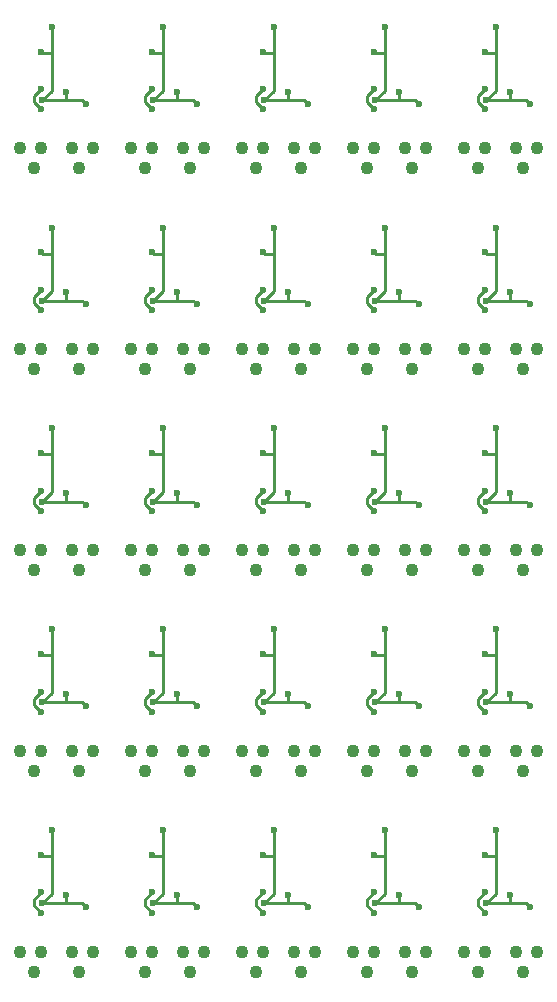
<source format=gbr>
G04 #@! TF.FileFunction,Copper,L2,Bot,Signal*
%FSLAX46Y46*%
G04 Gerber Fmt 4.6, Leading zero omitted, Abs format (unit mm)*
G04 Created by KiCad (PCBNEW 4.0.2+dfsg1-stable) date Mi 03 Jan 2018 18:02:16 CET*
%MOMM*%
G01*
G04 APERTURE LIST*
%ADD10C,0.100000*%
%ADD11C,1.100000*%
%ADD12C,0.600000*%
%ADD13C,0.250000*%
G04 APERTURE END LIST*
D10*
D11*
X140500000Y-132100000D03*
X144300000Y-132100000D03*
X143700000Y-130400000D03*
X145500000Y-130400000D03*
X141100000Y-130400000D03*
X139300000Y-130400000D03*
X131100000Y-132100000D03*
X134900000Y-132100000D03*
X134300000Y-130400000D03*
X136100000Y-130400000D03*
X131700000Y-130400000D03*
X129900000Y-130400000D03*
X121700000Y-132100000D03*
X125500000Y-132100000D03*
X124900000Y-130400000D03*
X126700000Y-130400000D03*
X122300000Y-130400000D03*
X120500000Y-130400000D03*
X112300000Y-132100000D03*
X116100000Y-132100000D03*
X115500000Y-130400000D03*
X117300000Y-130400000D03*
X112900000Y-130400000D03*
X111100000Y-130400000D03*
X102900000Y-132100000D03*
X106700000Y-132100000D03*
X106100000Y-130400000D03*
X107900000Y-130400000D03*
X103500000Y-130400000D03*
X101700000Y-130400000D03*
X140500000Y-115100000D03*
X144300000Y-115100000D03*
X143700000Y-113400000D03*
X145500000Y-113400000D03*
X141100000Y-113400000D03*
X139300000Y-113400000D03*
X131100000Y-115100000D03*
X134900000Y-115100000D03*
X134300000Y-113400000D03*
X136100000Y-113400000D03*
X131700000Y-113400000D03*
X129900000Y-113400000D03*
X121700000Y-115100000D03*
X125500000Y-115100000D03*
X124900000Y-113400000D03*
X126700000Y-113400000D03*
X122300000Y-113400000D03*
X120500000Y-113400000D03*
X112300000Y-115100000D03*
X116100000Y-115100000D03*
X115500000Y-113400000D03*
X117300000Y-113400000D03*
X112900000Y-113400000D03*
X111100000Y-113400000D03*
X102900000Y-115100000D03*
X106700000Y-115100000D03*
X106100000Y-113400000D03*
X107900000Y-113400000D03*
X103500000Y-113400000D03*
X101700000Y-113400000D03*
X140500000Y-98100000D03*
X144300000Y-98100000D03*
X143700000Y-96400000D03*
X145500000Y-96400000D03*
X141100000Y-96400000D03*
X139300000Y-96400000D03*
X131100000Y-98100000D03*
X134900000Y-98100000D03*
X134300000Y-96400000D03*
X136100000Y-96400000D03*
X131700000Y-96400000D03*
X129900000Y-96400000D03*
X121700000Y-98100000D03*
X125500000Y-98100000D03*
X124900000Y-96400000D03*
X126700000Y-96400000D03*
X122300000Y-96400000D03*
X120500000Y-96400000D03*
X112300000Y-98100000D03*
X116100000Y-98100000D03*
X115500000Y-96400000D03*
X117300000Y-96400000D03*
X112900000Y-96400000D03*
X111100000Y-96400000D03*
X102900000Y-98100000D03*
X106700000Y-98100000D03*
X106100000Y-96400000D03*
X107900000Y-96400000D03*
X103500000Y-96400000D03*
X101700000Y-96400000D03*
X140500000Y-81100000D03*
X144300000Y-81100000D03*
X143700000Y-79400000D03*
X145500000Y-79400000D03*
X141100000Y-79400000D03*
X139300000Y-79400000D03*
X131100000Y-81100000D03*
X134900000Y-81100000D03*
X134300000Y-79400000D03*
X136100000Y-79400000D03*
X131700000Y-79400000D03*
X129900000Y-79400000D03*
X121700000Y-81100000D03*
X125500000Y-81100000D03*
X124900000Y-79400000D03*
X126700000Y-79400000D03*
X122300000Y-79400000D03*
X120500000Y-79400000D03*
X112300000Y-81100000D03*
X116100000Y-81100000D03*
X115500000Y-79400000D03*
X117300000Y-79400000D03*
X112900000Y-79400000D03*
X111100000Y-79400000D03*
X102900000Y-81100000D03*
X106700000Y-81100000D03*
X106100000Y-79400000D03*
X107900000Y-79400000D03*
X103500000Y-79400000D03*
X101700000Y-79400000D03*
X140500000Y-64100000D03*
X144300000Y-64100000D03*
X143700000Y-62400000D03*
X145500000Y-62400000D03*
X141100000Y-62400000D03*
X139300000Y-62400000D03*
X131100000Y-64100000D03*
X134900000Y-64100000D03*
X134300000Y-62400000D03*
X136100000Y-62400000D03*
X131700000Y-62400000D03*
X129900000Y-62400000D03*
X121700000Y-64100000D03*
X125500000Y-64100000D03*
X124900000Y-62400000D03*
X126700000Y-62400000D03*
X122300000Y-62400000D03*
X120500000Y-62400000D03*
X112300000Y-64100000D03*
X116100000Y-64100000D03*
X115500000Y-62400000D03*
X117300000Y-62400000D03*
X112900000Y-62400000D03*
X111100000Y-62400000D03*
X102900000Y-64100000D03*
X106700000Y-64100000D03*
X106100000Y-62400000D03*
X107900000Y-62400000D03*
X103500000Y-62400000D03*
X101700000Y-62400000D03*
D12*
X144900000Y-126600000D03*
X135500000Y-126600000D03*
X126100000Y-126600000D03*
X116700000Y-126600000D03*
X107300000Y-126600000D03*
X144900000Y-109600000D03*
X135500000Y-109600000D03*
X126100000Y-109600000D03*
X116700000Y-109600000D03*
X107300000Y-109600000D03*
X144900000Y-92600000D03*
X135500000Y-92600000D03*
X126100000Y-92600000D03*
X116700000Y-92600000D03*
X107300000Y-92600000D03*
X144900000Y-75600000D03*
X135500000Y-75600000D03*
X126100000Y-75600000D03*
X116700000Y-75600000D03*
X107300000Y-75600000D03*
X144900000Y-58600000D03*
X135500000Y-58600000D03*
X126100000Y-58600000D03*
X116700000Y-58600000D03*
X143200000Y-125600000D03*
X133800000Y-125600000D03*
X124400000Y-125600000D03*
X115000000Y-125600000D03*
X105600000Y-125600000D03*
X143200000Y-108600000D03*
X133800000Y-108600000D03*
X124400000Y-108600000D03*
X115000000Y-108600000D03*
X105600000Y-108600000D03*
X143200000Y-91600000D03*
X133800000Y-91600000D03*
X124400000Y-91600000D03*
X115000000Y-91600000D03*
X105600000Y-91600000D03*
X143200000Y-74600000D03*
X133800000Y-74600000D03*
X124400000Y-74600000D03*
X115000000Y-74600000D03*
X105600000Y-74600000D03*
X143200000Y-57600000D03*
X133800000Y-57600000D03*
X124400000Y-57600000D03*
X115000000Y-57600000D03*
X141200000Y-126300000D03*
X131800000Y-126300000D03*
X122400000Y-126300000D03*
X113000000Y-126300000D03*
X103600000Y-126300000D03*
X141200000Y-109300000D03*
X131800000Y-109300000D03*
X122400000Y-109300000D03*
X113000000Y-109300000D03*
X103600000Y-109300000D03*
X141200000Y-92300000D03*
X131800000Y-92300000D03*
X122400000Y-92300000D03*
X113000000Y-92300000D03*
X103600000Y-92300000D03*
X141200000Y-75300000D03*
X131800000Y-75300000D03*
X122400000Y-75300000D03*
X113000000Y-75300000D03*
X103600000Y-75300000D03*
X141200000Y-58300000D03*
X131800000Y-58300000D03*
X122400000Y-58300000D03*
X113000000Y-58300000D03*
X141100000Y-122200000D03*
X131700000Y-122200000D03*
X122300000Y-122200000D03*
X112900000Y-122200000D03*
X103500000Y-122200000D03*
X141100000Y-105200000D03*
X131700000Y-105200000D03*
X122300000Y-105200000D03*
X112900000Y-105200000D03*
X103500000Y-105200000D03*
X141100000Y-88200000D03*
X131700000Y-88200000D03*
X122300000Y-88200000D03*
X112900000Y-88200000D03*
X103500000Y-88200000D03*
X141100000Y-71200000D03*
X131700000Y-71200000D03*
X122300000Y-71200000D03*
X112900000Y-71200000D03*
X103500000Y-71200000D03*
X141100000Y-54200000D03*
X131700000Y-54200000D03*
X122300000Y-54200000D03*
X112900000Y-54200000D03*
X142000000Y-120100000D03*
X132600000Y-120100000D03*
X123200000Y-120100000D03*
X113800000Y-120100000D03*
X104400000Y-120100000D03*
X142000000Y-103100000D03*
X132600000Y-103100000D03*
X123200000Y-103100000D03*
X113800000Y-103100000D03*
X104400000Y-103100000D03*
X142000000Y-86100000D03*
X132600000Y-86100000D03*
X123200000Y-86100000D03*
X113800000Y-86100000D03*
X104400000Y-86100000D03*
X142000000Y-69100000D03*
X132600000Y-69100000D03*
X123200000Y-69100000D03*
X113800000Y-69100000D03*
X104400000Y-69100000D03*
X142000000Y-52100000D03*
X132600000Y-52100000D03*
X123200000Y-52100000D03*
X113800000Y-52100000D03*
X103500000Y-54200000D03*
X105600000Y-57600000D03*
X107300000Y-58600000D03*
X103600000Y-58300000D03*
X104400000Y-52100000D03*
X141100000Y-125400000D03*
X131700000Y-125400000D03*
X122300000Y-125400000D03*
X112900000Y-125400000D03*
X103500000Y-125400000D03*
X141100000Y-108400000D03*
X131700000Y-108400000D03*
X122300000Y-108400000D03*
X112900000Y-108400000D03*
X103500000Y-108400000D03*
X141100000Y-91400000D03*
X131700000Y-91400000D03*
X122300000Y-91400000D03*
X112900000Y-91400000D03*
X103500000Y-91400000D03*
X141100000Y-74400000D03*
X131700000Y-74400000D03*
X122300000Y-74400000D03*
X112900000Y-74400000D03*
X103500000Y-74400000D03*
X141100000Y-57400000D03*
X131700000Y-57400000D03*
X122300000Y-57400000D03*
X112900000Y-57400000D03*
X141100000Y-127100000D03*
X131700000Y-127100000D03*
X122300000Y-127100000D03*
X112900000Y-127100000D03*
X103500000Y-127100000D03*
X141100000Y-110100000D03*
X131700000Y-110100000D03*
X122300000Y-110100000D03*
X112900000Y-110100000D03*
X103500000Y-110100000D03*
X141100000Y-93100000D03*
X131700000Y-93100000D03*
X122300000Y-93100000D03*
X112900000Y-93100000D03*
X103500000Y-93100000D03*
X141100000Y-76100000D03*
X131700000Y-76100000D03*
X122300000Y-76100000D03*
X112900000Y-76100000D03*
X103500000Y-76100000D03*
X141100000Y-59100000D03*
X131700000Y-59100000D03*
X122300000Y-59100000D03*
X112900000Y-59100000D03*
X103500000Y-57400000D03*
X103500000Y-59100000D03*
D13*
X144900000Y-126600000D02*
X144600000Y-126300000D01*
X135500000Y-126600000D02*
X135200000Y-126300000D01*
X126100000Y-126600000D02*
X125800000Y-126300000D01*
X116700000Y-126600000D02*
X116400000Y-126300000D01*
X107300000Y-126600000D02*
X107000000Y-126300000D01*
X144900000Y-109600000D02*
X144600000Y-109300000D01*
X135500000Y-109600000D02*
X135200000Y-109300000D01*
X126100000Y-109600000D02*
X125800000Y-109300000D01*
X116700000Y-109600000D02*
X116400000Y-109300000D01*
X107300000Y-109600000D02*
X107000000Y-109300000D01*
X144900000Y-92600000D02*
X144600000Y-92300000D01*
X135500000Y-92600000D02*
X135200000Y-92300000D01*
X126100000Y-92600000D02*
X125800000Y-92300000D01*
X116700000Y-92600000D02*
X116400000Y-92300000D01*
X107300000Y-92600000D02*
X107000000Y-92300000D01*
X144900000Y-75600000D02*
X144600000Y-75300000D01*
X135500000Y-75600000D02*
X135200000Y-75300000D01*
X126100000Y-75600000D02*
X125800000Y-75300000D01*
X116700000Y-75600000D02*
X116400000Y-75300000D01*
X107300000Y-75600000D02*
X107000000Y-75300000D01*
X144900000Y-58600000D02*
X144600000Y-58300000D01*
X135500000Y-58600000D02*
X135200000Y-58300000D01*
X126100000Y-58600000D02*
X125800000Y-58300000D01*
X116700000Y-58600000D02*
X116400000Y-58300000D01*
X144600000Y-126300000D02*
X143200000Y-126300000D01*
X135200000Y-126300000D02*
X133800000Y-126300000D01*
X125800000Y-126300000D02*
X124400000Y-126300000D01*
X116400000Y-126300000D02*
X115000000Y-126300000D01*
X107000000Y-126300000D02*
X105600000Y-126300000D01*
X144600000Y-109300000D02*
X143200000Y-109300000D01*
X135200000Y-109300000D02*
X133800000Y-109300000D01*
X125800000Y-109300000D02*
X124400000Y-109300000D01*
X116400000Y-109300000D02*
X115000000Y-109300000D01*
X107000000Y-109300000D02*
X105600000Y-109300000D01*
X144600000Y-92300000D02*
X143200000Y-92300000D01*
X135200000Y-92300000D02*
X133800000Y-92300000D01*
X125800000Y-92300000D02*
X124400000Y-92300000D01*
X116400000Y-92300000D02*
X115000000Y-92300000D01*
X107000000Y-92300000D02*
X105600000Y-92300000D01*
X144600000Y-75300000D02*
X143200000Y-75300000D01*
X135200000Y-75300000D02*
X133800000Y-75300000D01*
X125800000Y-75300000D02*
X124400000Y-75300000D01*
X116400000Y-75300000D02*
X115000000Y-75300000D01*
X107000000Y-75300000D02*
X105600000Y-75300000D01*
X144600000Y-58300000D02*
X143200000Y-58300000D01*
X135200000Y-58300000D02*
X133800000Y-58300000D01*
X125800000Y-58300000D02*
X124400000Y-58300000D01*
X116400000Y-58300000D02*
X115000000Y-58300000D01*
X143200000Y-125600000D02*
X143200000Y-126300000D01*
X133800000Y-125600000D02*
X133800000Y-126300000D01*
X124400000Y-125600000D02*
X124400000Y-126300000D01*
X115000000Y-125600000D02*
X115000000Y-126300000D01*
X105600000Y-125600000D02*
X105600000Y-126300000D01*
X143200000Y-108600000D02*
X143200000Y-109300000D01*
X133800000Y-108600000D02*
X133800000Y-109300000D01*
X124400000Y-108600000D02*
X124400000Y-109300000D01*
X115000000Y-108600000D02*
X115000000Y-109300000D01*
X105600000Y-108600000D02*
X105600000Y-109300000D01*
X143200000Y-91600000D02*
X143200000Y-92300000D01*
X133800000Y-91600000D02*
X133800000Y-92300000D01*
X124400000Y-91600000D02*
X124400000Y-92300000D01*
X115000000Y-91600000D02*
X115000000Y-92300000D01*
X105600000Y-91600000D02*
X105600000Y-92300000D01*
X143200000Y-74600000D02*
X143200000Y-75300000D01*
X133800000Y-74600000D02*
X133800000Y-75300000D01*
X124400000Y-74600000D02*
X124400000Y-75300000D01*
X115000000Y-74600000D02*
X115000000Y-75300000D01*
X105600000Y-74600000D02*
X105600000Y-75300000D01*
X143200000Y-57600000D02*
X143200000Y-58300000D01*
X133800000Y-57600000D02*
X133800000Y-58300000D01*
X124400000Y-57600000D02*
X124400000Y-58300000D01*
X115000000Y-57600000D02*
X115000000Y-58300000D01*
X141200000Y-126300000D02*
X142000000Y-125500000D01*
X131800000Y-126300000D02*
X132600000Y-125500000D01*
X122400000Y-126300000D02*
X123200000Y-125500000D01*
X113000000Y-126300000D02*
X113800000Y-125500000D01*
X103600000Y-126300000D02*
X104400000Y-125500000D01*
X141200000Y-109300000D02*
X142000000Y-108500000D01*
X131800000Y-109300000D02*
X132600000Y-108500000D01*
X122400000Y-109300000D02*
X123200000Y-108500000D01*
X113000000Y-109300000D02*
X113800000Y-108500000D01*
X103600000Y-109300000D02*
X104400000Y-108500000D01*
X141200000Y-92300000D02*
X142000000Y-91500000D01*
X131800000Y-92300000D02*
X132600000Y-91500000D01*
X122400000Y-92300000D02*
X123200000Y-91500000D01*
X113000000Y-92300000D02*
X113800000Y-91500000D01*
X103600000Y-92300000D02*
X104400000Y-91500000D01*
X141200000Y-75300000D02*
X142000000Y-74500000D01*
X131800000Y-75300000D02*
X132600000Y-74500000D01*
X122400000Y-75300000D02*
X123200000Y-74500000D01*
X113000000Y-75300000D02*
X113800000Y-74500000D01*
X103600000Y-75300000D02*
X104400000Y-74500000D01*
X141200000Y-58300000D02*
X142000000Y-57500000D01*
X131800000Y-58300000D02*
X132600000Y-57500000D01*
X122400000Y-58300000D02*
X123200000Y-57500000D01*
X113000000Y-58300000D02*
X113800000Y-57500000D01*
X143200000Y-126300000D02*
X141200000Y-126300000D01*
X133800000Y-126300000D02*
X131800000Y-126300000D01*
X124400000Y-126300000D02*
X122400000Y-126300000D01*
X115000000Y-126300000D02*
X113000000Y-126300000D01*
X105600000Y-126300000D02*
X103600000Y-126300000D01*
X143200000Y-109300000D02*
X141200000Y-109300000D01*
X133800000Y-109300000D02*
X131800000Y-109300000D01*
X124400000Y-109300000D02*
X122400000Y-109300000D01*
X115000000Y-109300000D02*
X113000000Y-109300000D01*
X105600000Y-109300000D02*
X103600000Y-109300000D01*
X143200000Y-92300000D02*
X141200000Y-92300000D01*
X133800000Y-92300000D02*
X131800000Y-92300000D01*
X124400000Y-92300000D02*
X122400000Y-92300000D01*
X115000000Y-92300000D02*
X113000000Y-92300000D01*
X105600000Y-92300000D02*
X103600000Y-92300000D01*
X143200000Y-75300000D02*
X141200000Y-75300000D01*
X133800000Y-75300000D02*
X131800000Y-75300000D01*
X124400000Y-75300000D02*
X122400000Y-75300000D01*
X115000000Y-75300000D02*
X113000000Y-75300000D01*
X105600000Y-75300000D02*
X103600000Y-75300000D01*
X143200000Y-58300000D02*
X141200000Y-58300000D01*
X133800000Y-58300000D02*
X131800000Y-58300000D01*
X124400000Y-58300000D02*
X122400000Y-58300000D01*
X115000000Y-58300000D02*
X113000000Y-58300000D01*
X142000000Y-125500000D02*
X142000000Y-122300000D01*
X132600000Y-125500000D02*
X132600000Y-122300000D01*
X123200000Y-125500000D02*
X123200000Y-122300000D01*
X113800000Y-125500000D02*
X113800000Y-122300000D01*
X104400000Y-125500000D02*
X104400000Y-122300000D01*
X142000000Y-108500000D02*
X142000000Y-105300000D01*
X132600000Y-108500000D02*
X132600000Y-105300000D01*
X123200000Y-108500000D02*
X123200000Y-105300000D01*
X113800000Y-108500000D02*
X113800000Y-105300000D01*
X104400000Y-108500000D02*
X104400000Y-105300000D01*
X142000000Y-91500000D02*
X142000000Y-88300000D01*
X132600000Y-91500000D02*
X132600000Y-88300000D01*
X123200000Y-91500000D02*
X123200000Y-88300000D01*
X113800000Y-91500000D02*
X113800000Y-88300000D01*
X104400000Y-91500000D02*
X104400000Y-88300000D01*
X142000000Y-74500000D02*
X142000000Y-71300000D01*
X132600000Y-74500000D02*
X132600000Y-71300000D01*
X123200000Y-74500000D02*
X123200000Y-71300000D01*
X113800000Y-74500000D02*
X113800000Y-71300000D01*
X104400000Y-74500000D02*
X104400000Y-71300000D01*
X142000000Y-57500000D02*
X142000000Y-54300000D01*
X132600000Y-57500000D02*
X132600000Y-54300000D01*
X123200000Y-57500000D02*
X123200000Y-54300000D01*
X113800000Y-57500000D02*
X113800000Y-54300000D01*
X142000000Y-122300000D02*
X142000000Y-120100000D01*
X132600000Y-122300000D02*
X132600000Y-120100000D01*
X123200000Y-122300000D02*
X123200000Y-120100000D01*
X113800000Y-122300000D02*
X113800000Y-120100000D01*
X104400000Y-122300000D02*
X104400000Y-120100000D01*
X142000000Y-105300000D02*
X142000000Y-103100000D01*
X132600000Y-105300000D02*
X132600000Y-103100000D01*
X123200000Y-105300000D02*
X123200000Y-103100000D01*
X113800000Y-105300000D02*
X113800000Y-103100000D01*
X104400000Y-105300000D02*
X104400000Y-103100000D01*
X142000000Y-88300000D02*
X142000000Y-86100000D01*
X132600000Y-88300000D02*
X132600000Y-86100000D01*
X123200000Y-88300000D02*
X123200000Y-86100000D01*
X113800000Y-88300000D02*
X113800000Y-86100000D01*
X104400000Y-88300000D02*
X104400000Y-86100000D01*
X142000000Y-71300000D02*
X142000000Y-69100000D01*
X132600000Y-71300000D02*
X132600000Y-69100000D01*
X123200000Y-71300000D02*
X123200000Y-69100000D01*
X113800000Y-71300000D02*
X113800000Y-69100000D01*
X104400000Y-71300000D02*
X104400000Y-69100000D01*
X142000000Y-54300000D02*
X142000000Y-52100000D01*
X132600000Y-54300000D02*
X132600000Y-52100000D01*
X123200000Y-54300000D02*
X123200000Y-52100000D01*
X113800000Y-54300000D02*
X113800000Y-52100000D01*
X141200000Y-122300000D02*
X142000000Y-122300000D01*
X131800000Y-122300000D02*
X132600000Y-122300000D01*
X122400000Y-122300000D02*
X123200000Y-122300000D01*
X113000000Y-122300000D02*
X113800000Y-122300000D01*
X103600000Y-122300000D02*
X104400000Y-122300000D01*
X141200000Y-105300000D02*
X142000000Y-105300000D01*
X131800000Y-105300000D02*
X132600000Y-105300000D01*
X122400000Y-105300000D02*
X123200000Y-105300000D01*
X113000000Y-105300000D02*
X113800000Y-105300000D01*
X103600000Y-105300000D02*
X104400000Y-105300000D01*
X141200000Y-88300000D02*
X142000000Y-88300000D01*
X131800000Y-88300000D02*
X132600000Y-88300000D01*
X122400000Y-88300000D02*
X123200000Y-88300000D01*
X113000000Y-88300000D02*
X113800000Y-88300000D01*
X103600000Y-88300000D02*
X104400000Y-88300000D01*
X141200000Y-71300000D02*
X142000000Y-71300000D01*
X131800000Y-71300000D02*
X132600000Y-71300000D01*
X122400000Y-71300000D02*
X123200000Y-71300000D01*
X113000000Y-71300000D02*
X113800000Y-71300000D01*
X103600000Y-71300000D02*
X104400000Y-71300000D01*
X141200000Y-54300000D02*
X142000000Y-54300000D01*
X131800000Y-54300000D02*
X132600000Y-54300000D01*
X122400000Y-54300000D02*
X123200000Y-54300000D01*
X113000000Y-54300000D02*
X113800000Y-54300000D01*
X141100000Y-122200000D02*
X141200000Y-122300000D01*
X131700000Y-122200000D02*
X131800000Y-122300000D01*
X122300000Y-122200000D02*
X122400000Y-122300000D01*
X112900000Y-122200000D02*
X113000000Y-122300000D01*
X103500000Y-122200000D02*
X103600000Y-122300000D01*
X141100000Y-105200000D02*
X141200000Y-105300000D01*
X131700000Y-105200000D02*
X131800000Y-105300000D01*
X122300000Y-105200000D02*
X122400000Y-105300000D01*
X112900000Y-105200000D02*
X113000000Y-105300000D01*
X103500000Y-105200000D02*
X103600000Y-105300000D01*
X141100000Y-88200000D02*
X141200000Y-88300000D01*
X131700000Y-88200000D02*
X131800000Y-88300000D01*
X122300000Y-88200000D02*
X122400000Y-88300000D01*
X112900000Y-88200000D02*
X113000000Y-88300000D01*
X103500000Y-88200000D02*
X103600000Y-88300000D01*
X141100000Y-71200000D02*
X141200000Y-71300000D01*
X131700000Y-71200000D02*
X131800000Y-71300000D01*
X122300000Y-71200000D02*
X122400000Y-71300000D01*
X112900000Y-71200000D02*
X113000000Y-71300000D01*
X103500000Y-71200000D02*
X103600000Y-71300000D01*
X141100000Y-54200000D02*
X141200000Y-54300000D01*
X131700000Y-54200000D02*
X131800000Y-54300000D01*
X122300000Y-54200000D02*
X122400000Y-54300000D01*
X112900000Y-54200000D02*
X113000000Y-54300000D01*
X103600000Y-54300000D02*
X104400000Y-54300000D01*
X103500000Y-54200000D02*
X103600000Y-54300000D01*
X105600000Y-57600000D02*
X105600000Y-58300000D01*
X107000000Y-58300000D02*
X105600000Y-58300000D01*
X105600000Y-58300000D02*
X103600000Y-58300000D01*
X107300000Y-58600000D02*
X107000000Y-58300000D01*
X103600000Y-58300000D02*
X104400000Y-57500000D01*
X104400000Y-57500000D02*
X104400000Y-54300000D01*
X104400000Y-54300000D02*
X104400000Y-52100000D01*
X140500000Y-126500000D02*
X140500000Y-126000000D01*
X131100000Y-126500000D02*
X131100000Y-126000000D01*
X121700000Y-126500000D02*
X121700000Y-126000000D01*
X112300000Y-126500000D02*
X112300000Y-126000000D01*
X102900000Y-126500000D02*
X102900000Y-126000000D01*
X140500000Y-109500000D02*
X140500000Y-109000000D01*
X131100000Y-109500000D02*
X131100000Y-109000000D01*
X121700000Y-109500000D02*
X121700000Y-109000000D01*
X112300000Y-109500000D02*
X112300000Y-109000000D01*
X102900000Y-109500000D02*
X102900000Y-109000000D01*
X140500000Y-92500000D02*
X140500000Y-92000000D01*
X131100000Y-92500000D02*
X131100000Y-92000000D01*
X121700000Y-92500000D02*
X121700000Y-92000000D01*
X112300000Y-92500000D02*
X112300000Y-92000000D01*
X102900000Y-92500000D02*
X102900000Y-92000000D01*
X140500000Y-75500000D02*
X140500000Y-75000000D01*
X131100000Y-75500000D02*
X131100000Y-75000000D01*
X121700000Y-75500000D02*
X121700000Y-75000000D01*
X112300000Y-75500000D02*
X112300000Y-75000000D01*
X102900000Y-75500000D02*
X102900000Y-75000000D01*
X140500000Y-58500000D02*
X140500000Y-58000000D01*
X131100000Y-58500000D02*
X131100000Y-58000000D01*
X121700000Y-58500000D02*
X121700000Y-58000000D01*
X112300000Y-58500000D02*
X112300000Y-58000000D01*
X141100000Y-127100000D02*
X140500000Y-126500000D01*
X131700000Y-127100000D02*
X131100000Y-126500000D01*
X122300000Y-127100000D02*
X121700000Y-126500000D01*
X112900000Y-127100000D02*
X112300000Y-126500000D01*
X103500000Y-127100000D02*
X102900000Y-126500000D01*
X141100000Y-110100000D02*
X140500000Y-109500000D01*
X131700000Y-110100000D02*
X131100000Y-109500000D01*
X122300000Y-110100000D02*
X121700000Y-109500000D01*
X112900000Y-110100000D02*
X112300000Y-109500000D01*
X103500000Y-110100000D02*
X102900000Y-109500000D01*
X141100000Y-93100000D02*
X140500000Y-92500000D01*
X131700000Y-93100000D02*
X131100000Y-92500000D01*
X122300000Y-93100000D02*
X121700000Y-92500000D01*
X112900000Y-93100000D02*
X112300000Y-92500000D01*
X103500000Y-93100000D02*
X102900000Y-92500000D01*
X141100000Y-76100000D02*
X140500000Y-75500000D01*
X131700000Y-76100000D02*
X131100000Y-75500000D01*
X122300000Y-76100000D02*
X121700000Y-75500000D01*
X112900000Y-76100000D02*
X112300000Y-75500000D01*
X103500000Y-76100000D02*
X102900000Y-75500000D01*
X141100000Y-59100000D02*
X140500000Y-58500000D01*
X131700000Y-59100000D02*
X131100000Y-58500000D01*
X122300000Y-59100000D02*
X121700000Y-58500000D01*
X112900000Y-59100000D02*
X112300000Y-58500000D01*
X140500000Y-126000000D02*
X141100000Y-125400000D01*
X131100000Y-126000000D02*
X131700000Y-125400000D01*
X121700000Y-126000000D02*
X122300000Y-125400000D01*
X112300000Y-126000000D02*
X112900000Y-125400000D01*
X102900000Y-126000000D02*
X103500000Y-125400000D01*
X140500000Y-109000000D02*
X141100000Y-108400000D01*
X131100000Y-109000000D02*
X131700000Y-108400000D01*
X121700000Y-109000000D02*
X122300000Y-108400000D01*
X112300000Y-109000000D02*
X112900000Y-108400000D01*
X102900000Y-109000000D02*
X103500000Y-108400000D01*
X140500000Y-92000000D02*
X141100000Y-91400000D01*
X131100000Y-92000000D02*
X131700000Y-91400000D01*
X121700000Y-92000000D02*
X122300000Y-91400000D01*
X112300000Y-92000000D02*
X112900000Y-91400000D01*
X102900000Y-92000000D02*
X103500000Y-91400000D01*
X140500000Y-75000000D02*
X141100000Y-74400000D01*
X131100000Y-75000000D02*
X131700000Y-74400000D01*
X121700000Y-75000000D02*
X122300000Y-74400000D01*
X112300000Y-75000000D02*
X112900000Y-74400000D01*
X102900000Y-75000000D02*
X103500000Y-74400000D01*
X140500000Y-58000000D02*
X141100000Y-57400000D01*
X131100000Y-58000000D02*
X131700000Y-57400000D01*
X121700000Y-58000000D02*
X122300000Y-57400000D01*
X112300000Y-58000000D02*
X112900000Y-57400000D01*
X102900000Y-58000000D02*
X103500000Y-57400000D01*
X102900000Y-58500000D02*
X102900000Y-58000000D01*
X103500000Y-59100000D02*
X102900000Y-58500000D01*
M02*

</source>
